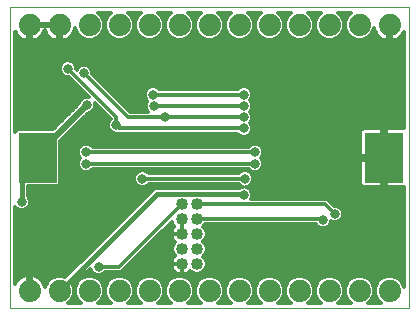
<source format=gbl>
G75*
%MOIN*%
%OFA0B0*%
%FSLAX25Y25*%
%IPPOS*%
%LPD*%
%AMOC8*
5,1,8,0,0,1.08239X$1,22.5*
%
%ADD10C,0.00000*%
%ADD11C,0.04000*%
%ADD12C,0.07400*%
%ADD13R,0.12598X0.16535*%
%ADD14C,0.01181*%
%ADD15C,0.03150*%
%ADD16C,0.01575*%
%ADD17C,0.01969*%
D10*
X0080331Y0048835D02*
X0080331Y0149228D01*
X0213402Y0149228D01*
X0213402Y0048835D01*
X0080331Y0048835D01*
D11*
X0137673Y0063638D03*
X0142673Y0063638D03*
X0142673Y0068638D03*
X0137673Y0068638D03*
X0137673Y0073638D03*
X0142673Y0073638D03*
X0142673Y0078638D03*
X0137673Y0078638D03*
X0137673Y0083638D03*
X0142673Y0083638D03*
D12*
X0146866Y0054740D03*
X0136866Y0054740D03*
X0126866Y0054740D03*
X0116866Y0054740D03*
X0106866Y0054740D03*
X0096866Y0054740D03*
X0086866Y0054740D03*
X0156866Y0054740D03*
X0166866Y0054740D03*
X0176866Y0054740D03*
X0186866Y0054740D03*
X0196866Y0054740D03*
X0206866Y0054740D03*
X0206866Y0143323D03*
X0196866Y0143323D03*
X0186866Y0143323D03*
X0176866Y0143323D03*
X0166866Y0143323D03*
X0156866Y0143323D03*
X0146866Y0143323D03*
X0136866Y0143323D03*
X0126866Y0143323D03*
X0116866Y0143323D03*
X0106866Y0143323D03*
X0096866Y0143323D03*
X0086866Y0143323D03*
D13*
X0089583Y0099031D03*
X0204937Y0099031D03*
D14*
X0204346Y0099558D02*
X0164420Y0099558D01*
X0164368Y0099434D02*
X0164789Y0100450D01*
X0164789Y0101550D01*
X0164368Y0102566D01*
X0163590Y0103344D01*
X0162574Y0103765D01*
X0161474Y0103765D01*
X0160457Y0103344D01*
X0159894Y0102781D01*
X0107854Y0102781D01*
X0107291Y0103344D01*
X0106274Y0103765D01*
X0105174Y0103765D01*
X0104158Y0103344D01*
X0103380Y0102566D01*
X0102959Y0101550D01*
X0102959Y0100450D01*
X0103380Y0099434D01*
X0103782Y0099031D01*
X0103380Y0098629D01*
X0102959Y0097613D01*
X0102959Y0096513D01*
X0103380Y0095497D01*
X0104158Y0094719D01*
X0105174Y0094298D01*
X0106274Y0094298D01*
X0107291Y0094719D01*
X0107854Y0095282D01*
X0159894Y0095282D01*
X0160457Y0094719D01*
X0161474Y0094298D01*
X0162574Y0094298D01*
X0163590Y0094719D01*
X0164368Y0095497D01*
X0164789Y0096513D01*
X0164789Y0097613D01*
X0164368Y0098629D01*
X0163966Y0099031D01*
X0164368Y0099434D01*
X0164472Y0098378D02*
X0197047Y0098378D01*
X0197047Y0098441D02*
X0197047Y0090554D01*
X0197156Y0090150D01*
X0197365Y0089787D01*
X0197661Y0089491D01*
X0198024Y0089282D01*
X0198428Y0089173D01*
X0204346Y0089173D01*
X0204346Y0098441D01*
X0197047Y0098441D01*
X0197047Y0099622D02*
X0204346Y0099622D01*
X0204346Y0098441D01*
X0205528Y0098441D01*
X0205528Y0089173D01*
X0211446Y0089173D01*
X0211630Y0089223D01*
X0211630Y0056019D01*
X0211012Y0057510D01*
X0209636Y0058886D01*
X0207839Y0059631D01*
X0205893Y0059631D01*
X0204096Y0058886D01*
X0202720Y0057510D01*
X0201976Y0055713D01*
X0201976Y0053767D01*
X0202720Y0051970D01*
X0204084Y0050606D01*
X0199649Y0050606D01*
X0201012Y0051970D01*
X0201757Y0053767D01*
X0201757Y0055713D01*
X0201012Y0057510D01*
X0199636Y0058886D01*
X0197839Y0059631D01*
X0195893Y0059631D01*
X0194096Y0058886D01*
X0192720Y0057510D01*
X0191976Y0055713D01*
X0191976Y0053767D01*
X0192720Y0051970D01*
X0194084Y0050606D01*
X0189649Y0050606D01*
X0191012Y0051970D01*
X0191757Y0053767D01*
X0191757Y0055713D01*
X0191012Y0057510D01*
X0189636Y0058886D01*
X0187839Y0059631D01*
X0185893Y0059631D01*
X0184096Y0058886D01*
X0182720Y0057510D01*
X0181976Y0055713D01*
X0181976Y0053767D01*
X0182720Y0051970D01*
X0184084Y0050606D01*
X0179649Y0050606D01*
X0181012Y0051970D01*
X0181757Y0053767D01*
X0181757Y0055713D01*
X0181012Y0057510D01*
X0179636Y0058886D01*
X0177839Y0059631D01*
X0175893Y0059631D01*
X0174096Y0058886D01*
X0172720Y0057510D01*
X0171976Y0055713D01*
X0171976Y0053767D01*
X0172720Y0051970D01*
X0174084Y0050606D01*
X0169649Y0050606D01*
X0171012Y0051970D01*
X0171757Y0053767D01*
X0171757Y0055713D01*
X0171012Y0057510D01*
X0169636Y0058886D01*
X0167839Y0059631D01*
X0165893Y0059631D01*
X0164096Y0058886D01*
X0162720Y0057510D01*
X0161976Y0055713D01*
X0161976Y0053767D01*
X0162720Y0051970D01*
X0164084Y0050606D01*
X0159649Y0050606D01*
X0161012Y0051970D01*
X0161757Y0053767D01*
X0161757Y0055713D01*
X0161012Y0057510D01*
X0159636Y0058886D01*
X0157839Y0059631D01*
X0155893Y0059631D01*
X0154096Y0058886D01*
X0152720Y0057510D01*
X0151976Y0055713D01*
X0151976Y0053767D01*
X0152720Y0051970D01*
X0154084Y0050606D01*
X0149649Y0050606D01*
X0151012Y0051970D01*
X0151757Y0053767D01*
X0151757Y0055713D01*
X0151012Y0057510D01*
X0149636Y0058886D01*
X0147839Y0059631D01*
X0145893Y0059631D01*
X0144096Y0058886D01*
X0142720Y0057510D01*
X0141976Y0055713D01*
X0141976Y0053767D01*
X0142720Y0051970D01*
X0144084Y0050606D01*
X0139649Y0050606D01*
X0141012Y0051970D01*
X0141757Y0053767D01*
X0141757Y0055713D01*
X0141012Y0057510D01*
X0139636Y0058886D01*
X0137839Y0059631D01*
X0135893Y0059631D01*
X0134096Y0058886D01*
X0132720Y0057510D01*
X0131976Y0055713D01*
X0131976Y0053767D01*
X0132720Y0051970D01*
X0134084Y0050606D01*
X0129649Y0050606D01*
X0131012Y0051970D01*
X0131757Y0053767D01*
X0131757Y0055713D01*
X0131012Y0057510D01*
X0129636Y0058886D01*
X0127839Y0059631D01*
X0125893Y0059631D01*
X0124096Y0058886D01*
X0122720Y0057510D01*
X0121976Y0055713D01*
X0121976Y0053767D01*
X0122720Y0051970D01*
X0124084Y0050606D01*
X0119649Y0050606D01*
X0121012Y0051970D01*
X0121757Y0053767D01*
X0121757Y0055713D01*
X0121012Y0057510D01*
X0119636Y0058886D01*
X0117839Y0059631D01*
X0115893Y0059631D01*
X0114096Y0058886D01*
X0112720Y0057510D01*
X0111976Y0055713D01*
X0111976Y0053767D01*
X0112720Y0051970D01*
X0114084Y0050606D01*
X0109649Y0050606D01*
X0111012Y0051970D01*
X0111757Y0053767D01*
X0111757Y0055713D01*
X0111012Y0057510D01*
X0109636Y0058886D01*
X0107839Y0059631D01*
X0105893Y0059631D01*
X0104096Y0058886D01*
X0102720Y0057510D01*
X0101976Y0055713D01*
X0101976Y0053767D01*
X0102720Y0051970D01*
X0104084Y0050606D01*
X0099649Y0050606D01*
X0101012Y0051970D01*
X0101757Y0053767D01*
X0101757Y0055713D01*
X0101433Y0056495D01*
X0107093Y0062127D01*
X0107093Y0062064D01*
X0107514Y0061048D01*
X0108292Y0060270D01*
X0109308Y0059849D01*
X0110408Y0059849D01*
X0111425Y0060270D01*
X0111988Y0060833D01*
X0117387Y0060833D01*
X0118431Y0061876D01*
X0118431Y0061876D01*
X0134208Y0077654D01*
X0134221Y0077590D01*
X0134491Y0076937D01*
X0134884Y0076349D01*
X0135095Y0076138D01*
X0134884Y0075927D01*
X0134491Y0075339D01*
X0134221Y0074685D01*
X0134083Y0073991D01*
X0134083Y0073638D01*
X0137673Y0073638D01*
X0137673Y0078638D01*
X0137673Y0078638D01*
X0137673Y0075047D01*
X0137673Y0073638D01*
X0137673Y0073638D01*
X0137673Y0073638D01*
X0134083Y0073638D01*
X0134083Y0073284D01*
X0134221Y0072590D01*
X0134491Y0071937D01*
X0134884Y0071349D01*
X0135378Y0070855D01*
X0134968Y0070445D01*
X0134483Y0069272D01*
X0134483Y0068003D01*
X0134968Y0066830D01*
X0135378Y0066421D01*
X0134884Y0065927D01*
X0134491Y0065339D01*
X0134221Y0064685D01*
X0134083Y0063991D01*
X0134083Y0063638D01*
X0137673Y0063638D01*
X0137673Y0063638D01*
X0134083Y0063638D01*
X0134083Y0063284D01*
X0134221Y0062590D01*
X0134491Y0061937D01*
X0134884Y0061349D01*
X0135384Y0060849D01*
X0135972Y0060456D01*
X0136626Y0060185D01*
X0137320Y0060047D01*
X0137673Y0060047D01*
X0137673Y0063638D01*
X0137673Y0063638D01*
X0137673Y0060047D01*
X0138027Y0060047D01*
X0138721Y0060185D01*
X0139374Y0060456D01*
X0139962Y0060849D01*
X0140456Y0061343D01*
X0140866Y0060933D01*
X0142039Y0060447D01*
X0143308Y0060447D01*
X0144481Y0060933D01*
X0145378Y0061830D01*
X0145864Y0063003D01*
X0145864Y0064272D01*
X0145378Y0065445D01*
X0144685Y0066138D01*
X0145378Y0066830D01*
X0145864Y0068003D01*
X0145864Y0069272D01*
X0145378Y0070445D01*
X0144685Y0071138D01*
X0145378Y0071830D01*
X0145864Y0073003D01*
X0145864Y0074272D01*
X0145378Y0075445D01*
X0144685Y0076138D01*
X0145378Y0076830D01*
X0145389Y0076857D01*
X0182292Y0076857D01*
X0182317Y0076796D01*
X0183095Y0076018D01*
X0184111Y0075597D01*
X0185211Y0075597D01*
X0186228Y0076018D01*
X0187006Y0076796D01*
X0187427Y0077812D01*
X0187427Y0077823D01*
X0188048Y0077565D01*
X0189148Y0077565D01*
X0190165Y0077986D01*
X0190943Y0078764D01*
X0191364Y0079781D01*
X0191364Y0080881D01*
X0190943Y0081897D01*
X0190165Y0082675D01*
X0189148Y0083096D01*
X0188352Y0083096D01*
X0186029Y0085419D01*
X0160775Y0085419D01*
X0161049Y0086080D01*
X0161049Y0087180D01*
X0160628Y0088196D01*
X0159850Y0088974D01*
X0158879Y0089376D01*
X0159227Y0089376D01*
X0160244Y0089797D01*
X0161022Y0090575D01*
X0161443Y0091592D01*
X0161443Y0092692D01*
X0161022Y0093708D01*
X0160244Y0094486D01*
X0159227Y0094907D01*
X0158127Y0094907D01*
X0157111Y0094486D01*
X0156547Y0093923D01*
X0126555Y0093923D01*
X0125992Y0094486D01*
X0124975Y0094907D01*
X0123875Y0094907D01*
X0122859Y0094486D01*
X0122081Y0093708D01*
X0121660Y0092692D01*
X0121660Y0091592D01*
X0122081Y0090575D01*
X0122859Y0089797D01*
X0123875Y0089376D01*
X0124975Y0089376D01*
X0125992Y0089797D01*
X0126555Y0090361D01*
X0156547Y0090361D01*
X0157111Y0089797D01*
X0158082Y0089395D01*
X0157733Y0089395D01*
X0156787Y0089003D01*
X0128486Y0089003D01*
X0127513Y0088030D01*
X0098642Y0059298D01*
X0097839Y0059631D01*
X0095893Y0059631D01*
X0094096Y0058886D01*
X0092720Y0057510D01*
X0092043Y0055875D01*
X0092026Y0055979D01*
X0091769Y0056771D01*
X0091391Y0057513D01*
X0090902Y0058187D01*
X0090313Y0058776D01*
X0089639Y0059265D01*
X0088897Y0059643D01*
X0088105Y0059900D01*
X0087283Y0060031D01*
X0087276Y0060031D01*
X0087276Y0055150D01*
X0086457Y0055150D01*
X0086457Y0060031D01*
X0086450Y0060031D01*
X0085627Y0059900D01*
X0084835Y0059643D01*
X0084093Y0059265D01*
X0083420Y0058776D01*
X0082831Y0058187D01*
X0082341Y0057513D01*
X0082102Y0057044D01*
X0082102Y0082522D01*
X0082701Y0081923D01*
X0083718Y0081502D01*
X0084818Y0081502D01*
X0085834Y0081923D01*
X0086612Y0082701D01*
X0087033Y0083718D01*
X0087033Y0084818D01*
X0086612Y0085834D01*
X0086246Y0086201D01*
X0086246Y0089573D01*
X0096375Y0089573D01*
X0097072Y0090271D01*
X0097072Y0104627D01*
X0106232Y0113786D01*
X0106471Y0113786D01*
X0107488Y0114207D01*
X0108266Y0114985D01*
X0108687Y0116001D01*
X0108687Y0117101D01*
X0108636Y0117223D01*
X0113927Y0111932D01*
X0113419Y0111425D01*
X0112998Y0110408D01*
X0112998Y0109308D01*
X0113419Y0108292D01*
X0114197Y0107514D01*
X0115214Y0107093D01*
X0116010Y0107093D01*
X0116039Y0107065D01*
X0156154Y0107065D01*
X0156717Y0106501D01*
X0157733Y0106080D01*
X0158834Y0106080D01*
X0159850Y0106501D01*
X0160628Y0107279D01*
X0161049Y0108296D01*
X0161049Y0109396D01*
X0160628Y0110412D01*
X0160319Y0110720D01*
X0160628Y0111029D01*
X0161049Y0112045D01*
X0161049Y0113145D01*
X0160628Y0114162D01*
X0160319Y0114470D01*
X0160628Y0114778D01*
X0161049Y0115795D01*
X0161049Y0116895D01*
X0160628Y0117911D01*
X0160319Y0118220D01*
X0160628Y0118528D01*
X0161049Y0119544D01*
X0161049Y0120645D01*
X0160628Y0121661D01*
X0159850Y0122439D01*
X0158834Y0122860D01*
X0157733Y0122860D01*
X0156717Y0122439D01*
X0156154Y0121876D01*
X0130098Y0121876D01*
X0129535Y0122439D01*
X0128519Y0122860D01*
X0127418Y0122860D01*
X0126402Y0122439D01*
X0125624Y0121661D01*
X0125203Y0120645D01*
X0125203Y0119544D01*
X0125624Y0118528D01*
X0126129Y0118023D01*
X0126018Y0117911D01*
X0125597Y0116895D01*
X0125597Y0115795D01*
X0126018Y0114778D01*
X0126336Y0114460D01*
X0120347Y0114460D01*
X0107818Y0126990D01*
X0107818Y0127787D01*
X0107397Y0128803D01*
X0106619Y0129581D01*
X0105602Y0130002D01*
X0104502Y0130002D01*
X0103486Y0129581D01*
X0102708Y0128803D01*
X0102528Y0128369D01*
X0102387Y0128509D01*
X0102387Y0129306D01*
X0101966Y0130322D01*
X0101188Y0131100D01*
X0100172Y0131521D01*
X0099072Y0131521D01*
X0098056Y0131100D01*
X0097278Y0130322D01*
X0096857Y0129306D01*
X0096857Y0128206D01*
X0097278Y0127189D01*
X0098056Y0126412D01*
X0099072Y0125991D01*
X0099869Y0125991D01*
X0106593Y0119266D01*
X0106471Y0119317D01*
X0105371Y0119317D01*
X0104355Y0118896D01*
X0103577Y0118118D01*
X0103156Y0117101D01*
X0103156Y0116861D01*
X0094784Y0108490D01*
X0082790Y0108490D01*
X0082102Y0107802D01*
X0082102Y0141019D01*
X0082341Y0140550D01*
X0082831Y0139876D01*
X0083420Y0139287D01*
X0084093Y0138798D01*
X0084835Y0138420D01*
X0085627Y0138163D01*
X0086450Y0138032D01*
X0086457Y0138032D01*
X0086457Y0142913D01*
X0087276Y0142913D01*
X0087276Y0143732D01*
X0096457Y0143732D01*
X0096457Y0142913D01*
X0097276Y0142913D01*
X0097276Y0138032D01*
X0097283Y0138032D01*
X0098105Y0138163D01*
X0098897Y0138420D01*
X0099639Y0138798D01*
X0100313Y0139287D01*
X0100902Y0139876D01*
X0101391Y0140550D01*
X0101769Y0141292D01*
X0102026Y0142084D01*
X0102043Y0142188D01*
X0102720Y0140553D01*
X0104096Y0139177D01*
X0105893Y0138432D01*
X0107839Y0138432D01*
X0109636Y0139177D01*
X0111012Y0140553D01*
X0111757Y0142350D01*
X0111757Y0144296D01*
X0111012Y0146093D01*
X0109649Y0147457D01*
X0114084Y0147457D01*
X0112720Y0146093D01*
X0111976Y0144296D01*
X0111976Y0142350D01*
X0112720Y0140553D01*
X0114096Y0139177D01*
X0115893Y0138432D01*
X0117839Y0138432D01*
X0119636Y0139177D01*
X0121012Y0140553D01*
X0121757Y0142350D01*
X0121757Y0144296D01*
X0121012Y0146093D01*
X0119649Y0147457D01*
X0124084Y0147457D01*
X0122720Y0146093D01*
X0121976Y0144296D01*
X0121976Y0142350D01*
X0122720Y0140553D01*
X0124096Y0139177D01*
X0125893Y0138432D01*
X0127839Y0138432D01*
X0129636Y0139177D01*
X0131012Y0140553D01*
X0131757Y0142350D01*
X0131757Y0144296D01*
X0131012Y0146093D01*
X0129649Y0147457D01*
X0134084Y0147457D01*
X0132720Y0146093D01*
X0131976Y0144296D01*
X0131976Y0142350D01*
X0132720Y0140553D01*
X0134096Y0139177D01*
X0135893Y0138432D01*
X0137839Y0138432D01*
X0139636Y0139177D01*
X0141012Y0140553D01*
X0141757Y0142350D01*
X0141757Y0144296D01*
X0141012Y0146093D01*
X0139649Y0147457D01*
X0144084Y0147457D01*
X0142720Y0146093D01*
X0141976Y0144296D01*
X0141976Y0142350D01*
X0142720Y0140553D01*
X0144096Y0139177D01*
X0145893Y0138432D01*
X0147839Y0138432D01*
X0149636Y0139177D01*
X0151012Y0140553D01*
X0151757Y0142350D01*
X0151757Y0144296D01*
X0151012Y0146093D01*
X0149649Y0147457D01*
X0154084Y0147457D01*
X0152720Y0146093D01*
X0151976Y0144296D01*
X0151976Y0142350D01*
X0152720Y0140553D01*
X0154096Y0139177D01*
X0155893Y0138432D01*
X0157839Y0138432D01*
X0159636Y0139177D01*
X0161012Y0140553D01*
X0161757Y0142350D01*
X0161757Y0144296D01*
X0161012Y0146093D01*
X0159649Y0147457D01*
X0164084Y0147457D01*
X0162720Y0146093D01*
X0161976Y0144296D01*
X0161976Y0142350D01*
X0162720Y0140553D01*
X0164096Y0139177D01*
X0165893Y0138432D01*
X0167839Y0138432D01*
X0169636Y0139177D01*
X0171012Y0140553D01*
X0171757Y0142350D01*
X0171757Y0144296D01*
X0171012Y0146093D01*
X0169649Y0147457D01*
X0174084Y0147457D01*
X0172720Y0146093D01*
X0171976Y0144296D01*
X0171976Y0142350D01*
X0172720Y0140553D01*
X0174096Y0139177D01*
X0175893Y0138432D01*
X0177839Y0138432D01*
X0179636Y0139177D01*
X0181012Y0140553D01*
X0181757Y0142350D01*
X0181757Y0144296D01*
X0181012Y0146093D01*
X0179649Y0147457D01*
X0184084Y0147457D01*
X0182720Y0146093D01*
X0181976Y0144296D01*
X0181976Y0142350D01*
X0182720Y0140553D01*
X0184096Y0139177D01*
X0185893Y0138432D01*
X0187839Y0138432D01*
X0189636Y0139177D01*
X0191012Y0140553D01*
X0191757Y0142350D01*
X0191757Y0144296D01*
X0191012Y0146093D01*
X0189649Y0147457D01*
X0194084Y0147457D01*
X0192720Y0146093D01*
X0191976Y0144296D01*
X0191976Y0142350D01*
X0192720Y0140553D01*
X0194096Y0139177D01*
X0195893Y0138432D01*
X0197839Y0138432D01*
X0199636Y0139177D01*
X0201012Y0140553D01*
X0201689Y0142188D01*
X0201706Y0142084D01*
X0201963Y0141292D01*
X0202341Y0140550D01*
X0202831Y0139876D01*
X0203420Y0139287D01*
X0204093Y0138798D01*
X0204835Y0138420D01*
X0205627Y0138163D01*
X0206450Y0138032D01*
X0206457Y0138032D01*
X0206457Y0142913D01*
X0207276Y0142913D01*
X0207276Y0138032D01*
X0207283Y0138032D01*
X0208105Y0138163D01*
X0208897Y0138420D01*
X0209639Y0138798D01*
X0210313Y0139287D01*
X0210902Y0139876D01*
X0211391Y0140550D01*
X0211630Y0141019D01*
X0211630Y0108840D01*
X0211446Y0108890D01*
X0205528Y0108890D01*
X0205528Y0099622D01*
X0204346Y0099622D01*
X0204346Y0108890D01*
X0198428Y0108890D01*
X0198024Y0108781D01*
X0197661Y0108572D01*
X0197365Y0108276D01*
X0197156Y0107913D01*
X0197047Y0107509D01*
X0197047Y0099622D01*
X0197047Y0100738D02*
X0164789Y0100738D01*
X0164637Y0101917D02*
X0197047Y0101917D01*
X0197047Y0103097D02*
X0163838Y0103097D01*
X0162024Y0101000D02*
X0105724Y0101000D01*
X0103111Y0101917D02*
X0097072Y0101917D01*
X0097072Y0100738D02*
X0102959Y0100738D01*
X0103328Y0099558D02*
X0097072Y0099558D01*
X0097072Y0098378D02*
X0103276Y0098378D01*
X0102959Y0097199D02*
X0097072Y0097199D01*
X0097072Y0096019D02*
X0103164Y0096019D01*
X0104037Y0094840D02*
X0097072Y0094840D01*
X0097072Y0093660D02*
X0122061Y0093660D01*
X0121660Y0092480D02*
X0097072Y0092480D01*
X0097072Y0091301D02*
X0121780Y0091301D01*
X0122535Y0090121D02*
X0096923Y0090121D01*
X0086246Y0088942D02*
X0128424Y0088942D01*
X0127243Y0087762D02*
X0086246Y0087762D01*
X0086246Y0086582D02*
X0126058Y0086582D01*
X0124872Y0085403D02*
X0086791Y0085403D01*
X0087033Y0084223D02*
X0123687Y0084223D01*
X0122502Y0083043D02*
X0086754Y0083043D01*
X0085690Y0081864D02*
X0121317Y0081864D01*
X0120131Y0080684D02*
X0082102Y0080684D01*
X0082102Y0079505D02*
X0118946Y0079505D01*
X0117761Y0078325D02*
X0082102Y0078325D01*
X0082102Y0077145D02*
X0116575Y0077145D01*
X0115390Y0075966D02*
X0082102Y0075966D01*
X0082102Y0074786D02*
X0114205Y0074786D01*
X0113019Y0073607D02*
X0082102Y0073607D01*
X0082102Y0072427D02*
X0111834Y0072427D01*
X0110649Y0071247D02*
X0082102Y0071247D01*
X0082102Y0070068D02*
X0109464Y0070068D01*
X0108278Y0068888D02*
X0082102Y0068888D01*
X0082102Y0067708D02*
X0107093Y0067708D01*
X0105908Y0066529D02*
X0082102Y0066529D01*
X0082102Y0065349D02*
X0104722Y0065349D01*
X0103537Y0064170D02*
X0082102Y0064170D01*
X0082102Y0062990D02*
X0102352Y0062990D01*
X0101166Y0061810D02*
X0082102Y0061810D01*
X0082102Y0060631D02*
X0099981Y0060631D01*
X0098796Y0059451D02*
X0098272Y0059451D01*
X0095460Y0059451D02*
X0089274Y0059451D01*
X0090817Y0058272D02*
X0093481Y0058272D01*
X0092547Y0057092D02*
X0091606Y0057092D01*
X0092037Y0055912D02*
X0092058Y0055912D01*
X0087276Y0055912D02*
X0086457Y0055912D01*
X0086457Y0057092D02*
X0087276Y0057092D01*
X0087276Y0058272D02*
X0086457Y0058272D01*
X0086457Y0059451D02*
X0087276Y0059451D01*
X0084459Y0059451D02*
X0082102Y0059451D01*
X0082102Y0058272D02*
X0082916Y0058272D01*
X0082127Y0057092D02*
X0082102Y0057092D01*
X0100236Y0051194D02*
X0103496Y0051194D01*
X0102553Y0052373D02*
X0101179Y0052373D01*
X0101668Y0053553D02*
X0102064Y0053553D01*
X0101976Y0054733D02*
X0101757Y0054733D01*
X0101674Y0055912D02*
X0102058Y0055912D01*
X0102033Y0057092D02*
X0102547Y0057092D01*
X0103219Y0058272D02*
X0103481Y0058272D01*
X0104404Y0059451D02*
X0105460Y0059451D01*
X0105589Y0060631D02*
X0107931Y0060631D01*
X0108272Y0059451D02*
X0115460Y0059451D01*
X0113481Y0058272D02*
X0110251Y0058272D01*
X0111185Y0057092D02*
X0112547Y0057092D01*
X0112058Y0055912D02*
X0111674Y0055912D01*
X0111757Y0054733D02*
X0111976Y0054733D01*
X0112064Y0053553D02*
X0111668Y0053553D01*
X0111179Y0052373D02*
X0112553Y0052373D01*
X0113496Y0051194D02*
X0110236Y0051194D01*
X0120236Y0051194D02*
X0123496Y0051194D01*
X0122553Y0052373D02*
X0121179Y0052373D01*
X0121668Y0053553D02*
X0122064Y0053553D01*
X0121976Y0054733D02*
X0121757Y0054733D01*
X0121674Y0055912D02*
X0122058Y0055912D01*
X0122547Y0057092D02*
X0121185Y0057092D01*
X0120251Y0058272D02*
X0123481Y0058272D01*
X0125460Y0059451D02*
X0118272Y0059451D01*
X0118365Y0061810D02*
X0134576Y0061810D01*
X0134141Y0062990D02*
X0119544Y0062990D01*
X0120724Y0064170D02*
X0134118Y0064170D01*
X0134498Y0065349D02*
X0121904Y0065349D01*
X0123083Y0066529D02*
X0135270Y0066529D01*
X0134605Y0067708D02*
X0124263Y0067708D01*
X0125442Y0068888D02*
X0134483Y0068888D01*
X0134812Y0070068D02*
X0126622Y0070068D01*
X0127802Y0071247D02*
X0134986Y0071247D01*
X0134288Y0072427D02*
X0128981Y0072427D01*
X0130161Y0073607D02*
X0134083Y0073607D01*
X0134263Y0074786D02*
X0131340Y0074786D01*
X0132520Y0075966D02*
X0134923Y0075966D01*
X0134405Y0077145D02*
X0133700Y0077145D01*
X0137673Y0077145D02*
X0137673Y0077145D01*
X0137673Y0075966D02*
X0137673Y0075966D01*
X0137673Y0074786D02*
X0137673Y0074786D01*
X0137673Y0078325D02*
X0137673Y0078325D01*
X0142673Y0078638D02*
X0184386Y0078638D01*
X0184661Y0078362D01*
X0187151Y0077145D02*
X0211630Y0077145D01*
X0211630Y0075966D02*
X0186102Y0075966D01*
X0183221Y0075966D02*
X0144857Y0075966D01*
X0145651Y0074786D02*
X0211630Y0074786D01*
X0211630Y0073607D02*
X0145864Y0073607D01*
X0145625Y0072427D02*
X0211630Y0072427D01*
X0211630Y0071247D02*
X0144795Y0071247D01*
X0145534Y0070068D02*
X0211630Y0070068D01*
X0211630Y0068888D02*
X0145864Y0068888D01*
X0145742Y0067708D02*
X0211630Y0067708D01*
X0211630Y0066529D02*
X0145076Y0066529D01*
X0145418Y0065349D02*
X0211630Y0065349D01*
X0211630Y0064170D02*
X0145864Y0064170D01*
X0145858Y0062990D02*
X0211630Y0062990D01*
X0211630Y0061810D02*
X0145358Y0061810D01*
X0143751Y0060631D02*
X0211630Y0060631D01*
X0211630Y0059451D02*
X0208272Y0059451D01*
X0210251Y0058272D02*
X0211630Y0058272D01*
X0211630Y0057092D02*
X0211185Y0057092D01*
X0205460Y0059451D02*
X0198272Y0059451D01*
X0200251Y0058272D02*
X0203481Y0058272D01*
X0202547Y0057092D02*
X0201185Y0057092D01*
X0201674Y0055912D02*
X0202058Y0055912D01*
X0201976Y0054733D02*
X0201757Y0054733D01*
X0201668Y0053553D02*
X0202064Y0053553D01*
X0202553Y0052373D02*
X0201179Y0052373D01*
X0200236Y0051194D02*
X0203496Y0051194D01*
X0193496Y0051194D02*
X0190236Y0051194D01*
X0191179Y0052373D02*
X0192553Y0052373D01*
X0192064Y0053553D02*
X0191668Y0053553D01*
X0191757Y0054733D02*
X0191976Y0054733D01*
X0192058Y0055912D02*
X0191674Y0055912D01*
X0191185Y0057092D02*
X0192547Y0057092D01*
X0193481Y0058272D02*
X0190251Y0058272D01*
X0188272Y0059451D02*
X0195460Y0059451D01*
X0185460Y0059451D02*
X0178272Y0059451D01*
X0180251Y0058272D02*
X0183481Y0058272D01*
X0182547Y0057092D02*
X0181185Y0057092D01*
X0181674Y0055912D02*
X0182058Y0055912D01*
X0181976Y0054733D02*
X0181757Y0054733D01*
X0181668Y0053553D02*
X0182064Y0053553D01*
X0182553Y0052373D02*
X0181179Y0052373D01*
X0180236Y0051194D02*
X0183496Y0051194D01*
X0173496Y0051194D02*
X0170236Y0051194D01*
X0171179Y0052373D02*
X0172553Y0052373D01*
X0172064Y0053553D02*
X0171668Y0053553D01*
X0171757Y0054733D02*
X0171976Y0054733D01*
X0172058Y0055912D02*
X0171674Y0055912D01*
X0171185Y0057092D02*
X0172547Y0057092D01*
X0173481Y0058272D02*
X0170251Y0058272D01*
X0168272Y0059451D02*
X0175460Y0059451D01*
X0165460Y0059451D02*
X0158272Y0059451D01*
X0160251Y0058272D02*
X0163481Y0058272D01*
X0162547Y0057092D02*
X0161185Y0057092D01*
X0161674Y0055912D02*
X0162058Y0055912D01*
X0161976Y0054733D02*
X0161757Y0054733D01*
X0161668Y0053553D02*
X0162064Y0053553D01*
X0162553Y0052373D02*
X0161179Y0052373D01*
X0160236Y0051194D02*
X0163496Y0051194D01*
X0153496Y0051194D02*
X0150236Y0051194D01*
X0151179Y0052373D02*
X0152553Y0052373D01*
X0152064Y0053553D02*
X0151668Y0053553D01*
X0151757Y0054733D02*
X0151976Y0054733D01*
X0152058Y0055912D02*
X0151674Y0055912D01*
X0151185Y0057092D02*
X0152547Y0057092D01*
X0153481Y0058272D02*
X0150251Y0058272D01*
X0148272Y0059451D02*
X0155460Y0059451D01*
X0145460Y0059451D02*
X0138272Y0059451D01*
X0137673Y0060631D02*
X0137673Y0060631D01*
X0137673Y0061810D02*
X0137673Y0061810D01*
X0137673Y0062990D02*
X0137673Y0062990D01*
X0135711Y0060631D02*
X0111786Y0060631D01*
X0109858Y0062614D02*
X0116650Y0062614D01*
X0137673Y0083638D01*
X0142673Y0083638D02*
X0185291Y0083638D01*
X0188598Y0080331D01*
X0190503Y0078325D02*
X0211630Y0078325D01*
X0211630Y0079505D02*
X0191249Y0079505D01*
X0191364Y0080684D02*
X0211630Y0080684D01*
X0211630Y0081864D02*
X0190957Y0081864D01*
X0189276Y0083043D02*
X0211630Y0083043D01*
X0211630Y0084223D02*
X0187225Y0084223D01*
X0186045Y0085403D02*
X0211630Y0085403D01*
X0211630Y0086582D02*
X0161049Y0086582D01*
X0160808Y0087762D02*
X0211630Y0087762D01*
X0211630Y0088942D02*
X0159883Y0088942D01*
X0160567Y0090121D02*
X0197172Y0090121D01*
X0197047Y0091301D02*
X0161322Y0091301D01*
X0161443Y0092480D02*
X0197047Y0092480D01*
X0197047Y0093660D02*
X0161041Y0093660D01*
X0160336Y0094840D02*
X0159390Y0094840D01*
X0157964Y0094840D02*
X0125138Y0094840D01*
X0123712Y0094840D02*
X0107412Y0094840D01*
X0105724Y0097063D02*
X0162024Y0097063D01*
X0164584Y0096019D02*
X0197047Y0096019D01*
X0197047Y0094840D02*
X0163711Y0094840D01*
X0164789Y0097199D02*
X0197047Y0097199D01*
X0204346Y0097199D02*
X0205528Y0097199D01*
X0205528Y0098378D02*
X0204346Y0098378D01*
X0204346Y0096019D02*
X0205528Y0096019D01*
X0205528Y0094840D02*
X0204346Y0094840D01*
X0204346Y0093660D02*
X0205528Y0093660D01*
X0205528Y0092480D02*
X0204346Y0092480D01*
X0204346Y0091301D02*
X0205528Y0091301D01*
X0205528Y0090121D02*
X0204346Y0090121D01*
X0204346Y0100738D02*
X0205528Y0100738D01*
X0205528Y0101917D02*
X0204346Y0101917D01*
X0204346Y0103097D02*
X0205528Y0103097D01*
X0205528Y0104276D02*
X0204346Y0104276D01*
X0204346Y0105456D02*
X0205528Y0105456D01*
X0205528Y0106636D02*
X0204346Y0106636D01*
X0204346Y0107815D02*
X0205528Y0107815D01*
X0211630Y0108995D02*
X0161049Y0108995D01*
X0160850Y0107815D02*
X0197129Y0107815D01*
X0197047Y0106636D02*
X0159984Y0106636D01*
X0158283Y0108846D02*
X0116776Y0108846D01*
X0115764Y0109858D01*
X0115764Y0112614D01*
X0099622Y0128756D01*
X0097778Y0126689D02*
X0082102Y0126689D01*
X0082102Y0125510D02*
X0100350Y0125510D01*
X0101529Y0124330D02*
X0082102Y0124330D01*
X0082102Y0123150D02*
X0102709Y0123150D01*
X0103888Y0121971D02*
X0082102Y0121971D01*
X0082102Y0120791D02*
X0105068Y0120791D01*
X0106248Y0119611D02*
X0082102Y0119611D01*
X0082102Y0118432D02*
X0103891Y0118432D01*
X0103218Y0117252D02*
X0082102Y0117252D01*
X0082102Y0116073D02*
X0102367Y0116073D01*
X0101187Y0114893D02*
X0082102Y0114893D01*
X0082102Y0113713D02*
X0100008Y0113713D01*
X0098828Y0112534D02*
X0082102Y0112534D01*
X0082102Y0111354D02*
X0097649Y0111354D01*
X0096469Y0110175D02*
X0082102Y0110175D01*
X0082102Y0108995D02*
X0095289Y0108995D01*
X0097902Y0105456D02*
X0197047Y0105456D01*
X0197047Y0104276D02*
X0097072Y0104276D01*
X0097072Y0103097D02*
X0103910Y0103097D01*
X0107538Y0103097D02*
X0160210Y0103097D01*
X0156583Y0106636D02*
X0099081Y0106636D01*
X0100261Y0107815D02*
X0113896Y0107815D01*
X0113128Y0108995D02*
X0101441Y0108995D01*
X0102620Y0110175D02*
X0112998Y0110175D01*
X0113390Y0111354D02*
X0103800Y0111354D01*
X0104979Y0112534D02*
X0113325Y0112534D01*
X0112146Y0113713D02*
X0106159Y0113713D01*
X0108174Y0114893D02*
X0110966Y0114893D01*
X0109786Y0116073D02*
X0108687Y0116073D01*
X0115196Y0119611D02*
X0125203Y0119611D01*
X0125264Y0120791D02*
X0114017Y0120791D01*
X0112837Y0121971D02*
X0125934Y0121971D01*
X0127969Y0120094D02*
X0135449Y0120094D01*
X0158283Y0120094D01*
X0156249Y0121971D02*
X0130003Y0121971D01*
X0125720Y0118432D02*
X0116376Y0118432D01*
X0117555Y0117252D02*
X0125745Y0117252D01*
X0125597Y0116073D02*
X0118735Y0116073D01*
X0119915Y0114893D02*
X0125970Y0114893D01*
X0128362Y0116345D02*
X0158283Y0116345D01*
X0160901Y0117252D02*
X0211630Y0117252D01*
X0211630Y0116073D02*
X0161049Y0116073D01*
X0160675Y0114893D02*
X0211630Y0114893D01*
X0211630Y0113713D02*
X0160814Y0113713D01*
X0161049Y0112534D02*
X0211630Y0112534D01*
X0211630Y0111354D02*
X0160763Y0111354D01*
X0160726Y0110175D02*
X0211630Y0110175D01*
X0211630Y0118432D02*
X0160532Y0118432D01*
X0161049Y0119611D02*
X0211630Y0119611D01*
X0211630Y0120791D02*
X0160988Y0120791D01*
X0160318Y0121971D02*
X0211630Y0121971D01*
X0211630Y0123150D02*
X0111657Y0123150D01*
X0110478Y0124330D02*
X0211630Y0124330D01*
X0211630Y0125510D02*
X0109298Y0125510D01*
X0108118Y0126689D02*
X0211630Y0126689D01*
X0211630Y0127869D02*
X0107784Y0127869D01*
X0107151Y0129048D02*
X0211630Y0129048D01*
X0211630Y0130228D02*
X0102005Y0130228D01*
X0102387Y0129048D02*
X0102953Y0129048D01*
X0105052Y0127236D02*
X0119609Y0112679D01*
X0131840Y0112679D01*
X0131924Y0112595D01*
X0139386Y0112595D01*
X0158283Y0112595D01*
X0158677Y0092142D02*
X0124425Y0092142D01*
X0126315Y0090121D02*
X0156787Y0090121D01*
X0141595Y0060631D02*
X0139636Y0060631D01*
X0140251Y0058272D02*
X0143481Y0058272D01*
X0142547Y0057092D02*
X0141185Y0057092D01*
X0141674Y0055912D02*
X0142058Y0055912D01*
X0141976Y0054733D02*
X0141757Y0054733D01*
X0141668Y0053553D02*
X0142064Y0053553D01*
X0142553Y0052373D02*
X0141179Y0052373D01*
X0140236Y0051194D02*
X0143496Y0051194D01*
X0133496Y0051194D02*
X0130236Y0051194D01*
X0131179Y0052373D02*
X0132553Y0052373D01*
X0132064Y0053553D02*
X0131668Y0053553D01*
X0131757Y0054733D02*
X0131976Y0054733D01*
X0132058Y0055912D02*
X0131674Y0055912D01*
X0131185Y0057092D02*
X0132547Y0057092D01*
X0133481Y0058272D02*
X0130251Y0058272D01*
X0128272Y0059451D02*
X0135460Y0059451D01*
X0107198Y0061810D02*
X0106774Y0061810D01*
X0082845Y0081864D02*
X0082102Y0081864D01*
X0082102Y0107815D02*
X0082116Y0107815D01*
X0082102Y0127869D02*
X0096996Y0127869D01*
X0096857Y0129048D02*
X0082102Y0129048D01*
X0082102Y0130228D02*
X0097239Y0130228D01*
X0098798Y0131408D02*
X0082102Y0131408D01*
X0082102Y0132587D02*
X0211630Y0132587D01*
X0211630Y0131408D02*
X0100446Y0131408D01*
X0096457Y0138032D02*
X0096457Y0142913D01*
X0091576Y0142913D01*
X0087276Y0142913D01*
X0087276Y0138032D01*
X0087283Y0138032D01*
X0088105Y0138163D01*
X0088897Y0138420D01*
X0089639Y0138798D01*
X0090313Y0139287D01*
X0090902Y0139876D01*
X0091391Y0140550D01*
X0091769Y0141292D01*
X0091866Y0141591D01*
X0091963Y0141292D01*
X0092341Y0140550D01*
X0092831Y0139876D01*
X0093420Y0139287D01*
X0094093Y0138798D01*
X0094835Y0138420D01*
X0095627Y0138163D01*
X0096450Y0138032D01*
X0096457Y0138032D01*
X0096457Y0138485D02*
X0097276Y0138485D01*
X0097276Y0139665D02*
X0096457Y0139665D01*
X0096457Y0140845D02*
X0097276Y0140845D01*
X0097276Y0142024D02*
X0096457Y0142024D01*
X0096457Y0143204D02*
X0087276Y0143204D01*
X0087276Y0142024D02*
X0086457Y0142024D01*
X0086457Y0140845D02*
X0087276Y0140845D01*
X0087276Y0139665D02*
X0086457Y0139665D01*
X0086457Y0138485D02*
X0087276Y0138485D01*
X0089025Y0138485D02*
X0094707Y0138485D01*
X0093042Y0139665D02*
X0090690Y0139665D01*
X0091541Y0140845D02*
X0092191Y0140845D01*
X0099025Y0138485D02*
X0105765Y0138485D01*
X0107967Y0138485D02*
X0115765Y0138485D01*
X0117967Y0138485D02*
X0125765Y0138485D01*
X0127967Y0138485D02*
X0135765Y0138485D01*
X0137967Y0138485D02*
X0145765Y0138485D01*
X0147967Y0138485D02*
X0155765Y0138485D01*
X0157967Y0138485D02*
X0165765Y0138485D01*
X0167967Y0138485D02*
X0175765Y0138485D01*
X0177967Y0138485D02*
X0185765Y0138485D01*
X0187967Y0138485D02*
X0195765Y0138485D01*
X0197967Y0138485D02*
X0204707Y0138485D01*
X0206457Y0138485D02*
X0207276Y0138485D01*
X0207276Y0139665D02*
X0206457Y0139665D01*
X0206457Y0140845D02*
X0207276Y0140845D01*
X0207276Y0142024D02*
X0206457Y0142024D01*
X0211541Y0140845D02*
X0211630Y0140845D01*
X0211630Y0139665D02*
X0210690Y0139665D01*
X0211630Y0138485D02*
X0209025Y0138485D01*
X0211630Y0137306D02*
X0082102Y0137306D01*
X0082102Y0138485D02*
X0084707Y0138485D01*
X0083042Y0139665D02*
X0082102Y0139665D01*
X0082102Y0140845D02*
X0082191Y0140845D01*
X0082102Y0136126D02*
X0211630Y0136126D01*
X0211630Y0134946D02*
X0082102Y0134946D01*
X0082102Y0133767D02*
X0211630Y0133767D01*
X0203042Y0139665D02*
X0200124Y0139665D01*
X0201133Y0140845D02*
X0202191Y0140845D01*
X0201725Y0142024D02*
X0201622Y0142024D01*
X0193608Y0139665D02*
X0190124Y0139665D01*
X0191133Y0140845D02*
X0192599Y0140845D01*
X0192111Y0142024D02*
X0191622Y0142024D01*
X0191757Y0143204D02*
X0191976Y0143204D01*
X0192012Y0144383D02*
X0191720Y0144383D01*
X0191232Y0145563D02*
X0192501Y0145563D01*
X0193370Y0146743D02*
X0190363Y0146743D01*
X0183370Y0146743D02*
X0180363Y0146743D01*
X0181232Y0145563D02*
X0182501Y0145563D01*
X0182012Y0144383D02*
X0181720Y0144383D01*
X0181757Y0143204D02*
X0181976Y0143204D01*
X0182111Y0142024D02*
X0181622Y0142024D01*
X0181133Y0140845D02*
X0182599Y0140845D01*
X0183608Y0139665D02*
X0180124Y0139665D01*
X0173608Y0139665D02*
X0170124Y0139665D01*
X0171133Y0140845D02*
X0172599Y0140845D01*
X0172111Y0142024D02*
X0171622Y0142024D01*
X0171757Y0143204D02*
X0171976Y0143204D01*
X0172012Y0144383D02*
X0171720Y0144383D01*
X0171232Y0145563D02*
X0172501Y0145563D01*
X0173370Y0146743D02*
X0170363Y0146743D01*
X0163370Y0146743D02*
X0160363Y0146743D01*
X0161232Y0145563D02*
X0162501Y0145563D01*
X0162012Y0144383D02*
X0161720Y0144383D01*
X0161757Y0143204D02*
X0161976Y0143204D01*
X0162111Y0142024D02*
X0161622Y0142024D01*
X0161133Y0140845D02*
X0162599Y0140845D01*
X0163608Y0139665D02*
X0160124Y0139665D01*
X0153608Y0139665D02*
X0150124Y0139665D01*
X0151133Y0140845D02*
X0152599Y0140845D01*
X0152111Y0142024D02*
X0151622Y0142024D01*
X0151757Y0143204D02*
X0151976Y0143204D01*
X0152012Y0144383D02*
X0151720Y0144383D01*
X0151232Y0145563D02*
X0152501Y0145563D01*
X0153370Y0146743D02*
X0150363Y0146743D01*
X0143370Y0146743D02*
X0140363Y0146743D01*
X0141232Y0145563D02*
X0142501Y0145563D01*
X0142012Y0144383D02*
X0141720Y0144383D01*
X0141757Y0143204D02*
X0141976Y0143204D01*
X0142111Y0142024D02*
X0141622Y0142024D01*
X0141133Y0140845D02*
X0142599Y0140845D01*
X0143608Y0139665D02*
X0140124Y0139665D01*
X0133608Y0139665D02*
X0130124Y0139665D01*
X0131133Y0140845D02*
X0132599Y0140845D01*
X0132111Y0142024D02*
X0131622Y0142024D01*
X0131757Y0143204D02*
X0131976Y0143204D01*
X0132012Y0144383D02*
X0131720Y0144383D01*
X0131232Y0145563D02*
X0132501Y0145563D01*
X0133370Y0146743D02*
X0130363Y0146743D01*
X0123370Y0146743D02*
X0120363Y0146743D01*
X0121232Y0145563D02*
X0122501Y0145563D01*
X0122012Y0144383D02*
X0121720Y0144383D01*
X0121757Y0143204D02*
X0121976Y0143204D01*
X0122111Y0142024D02*
X0121622Y0142024D01*
X0121133Y0140845D02*
X0122599Y0140845D01*
X0123608Y0139665D02*
X0120124Y0139665D01*
X0113608Y0139665D02*
X0110124Y0139665D01*
X0111133Y0140845D02*
X0112599Y0140845D01*
X0112111Y0142024D02*
X0111622Y0142024D01*
X0111757Y0143204D02*
X0111976Y0143204D01*
X0112012Y0144383D02*
X0111720Y0144383D01*
X0111232Y0145563D02*
X0112501Y0145563D01*
X0113370Y0146743D02*
X0110363Y0146743D01*
X0102111Y0142024D02*
X0102007Y0142024D01*
X0101541Y0140845D02*
X0102599Y0140845D01*
X0103608Y0139665D02*
X0100690Y0139665D01*
D15*
X0091748Y0139386D03*
X0091354Y0128756D03*
X0083480Y0127575D03*
X0083480Y0119307D03*
X0092142Y0118913D03*
X0102378Y0120882D03*
X0105921Y0116551D03*
X0111827Y0124819D03*
X0105052Y0127236D03*
X0099622Y0128756D03*
X0123638Y0124031D03*
X0127969Y0120094D03*
X0128362Y0116345D03*
X0131840Y0112679D03*
X0133874Y0103953D03*
X0124425Y0092142D03*
X0113008Y0094110D03*
X0105724Y0097063D03*
X0105724Y0101000D03*
X0108283Y0103953D03*
X0114976Y0103953D03*
X0115764Y0109858D03*
X0141748Y0124425D03*
X0133087Y0129937D03*
X0129543Y0135449D03*
X0121669Y0139780D03*
X0152772Y0124819D03*
X0158283Y0120094D03*
X0158283Y0116345D03*
X0158283Y0112595D03*
X0158283Y0108846D03*
X0158677Y0104346D03*
X0162024Y0101000D03*
X0162024Y0097063D03*
X0164976Y0093717D03*
X0158677Y0092142D03*
X0158283Y0086630D03*
X0162614Y0087024D03*
X0174425Y0087024D03*
X0177181Y0094110D03*
X0184661Y0087024D03*
X0194898Y0092929D03*
X0200803Y0087417D03*
X0210252Y0087811D03*
X0210252Y0078756D03*
X0200803Y0066551D03*
X0210252Y0066157D03*
X0210646Y0060252D03*
X0194110Y0078362D03*
X0188598Y0080331D03*
X0184661Y0078362D03*
X0154346Y0073638D03*
X0146866Y0075606D03*
X0152772Y0064976D03*
X0142142Y0059071D03*
X0111827Y0074819D03*
X0104740Y0074425D03*
X0111827Y0081512D03*
X0102772Y0084661D03*
X0097654Y0088992D03*
X0094110Y0081118D03*
X0087811Y0081512D03*
X0084268Y0084268D03*
X0087811Y0087811D03*
X0094504Y0074031D03*
X0091354Y0066157D03*
X0083087Y0060646D03*
X0102772Y0066157D03*
X0109858Y0062614D03*
X0172457Y0105134D03*
X0185055Y0104346D03*
X0194504Y0105528D03*
X0199622Y0110646D03*
X0210252Y0110252D03*
X0210252Y0119307D03*
X0210252Y0131906D03*
X0210252Y0137811D03*
X0201591Y0138992D03*
X0201591Y0131118D03*
X0192535Y0132299D03*
D16*
X0157888Y0087025D02*
X0129305Y0087025D01*
X0128910Y0086630D01*
X0128910Y0086630D01*
X0096866Y0054740D01*
X0084268Y0084268D02*
X0084268Y0093717D01*
X0089583Y0099031D01*
X0157888Y0087025D02*
X0158283Y0086630D01*
D17*
X0105921Y0116551D02*
X0089583Y0100213D01*
X0089583Y0099031D01*
M02*

</source>
